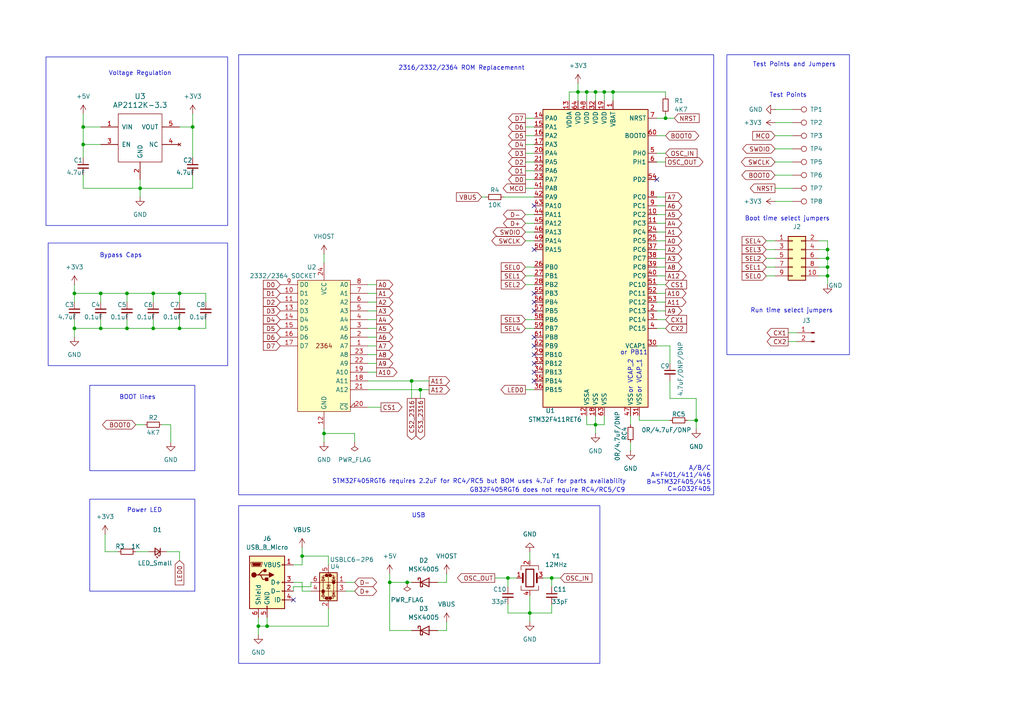
<source format=kicad_sch>
(kicad_sch (version 20250114) (generator "eeschema") (generator_version "9.0")
  (paper "A4")
  (title_block (title "One ROM (USB)") (date "2025-10-01") (rev "H2") (company "piers.rocks") (comment 1 "(c) Piers Finlayson 2025"))
  (rectangle (start 13.335 16.51) (end 66.04 65.405))
  (rectangle (start 69.215 15.875) (end 207.01 143.51))
  (rectangle (start 56.515 171.45) (end 56.515 171.45))
  (rectangle (start 69.215 146.685) (end 173.99 192.405))
  (rectangle (start 210.82 15.875) (end 246.38 102.87))
  (rectangle (start 26.035 144.78) (end 56.515 171.45))
  (rectangle (start 26.035 111.76) (end 56.515 136.525))
  (rectangle (start 13.97 70.485) (end 66.04 106.045))
  (text "or VCAP_1" (at 185.42 109.22 90) (effects (font (size 1.27 1.27))))
  (text "or VCAP_2" (at 182.88 109.22 90) (effects (font (size 1.27 1.27))))
  (text "Run time select jumpers" (at 229.616 90.17 0) (effects (font (size 1.27 1.27))))
  (text "USB" (at 121.412 149.606 0) (effects (font (size 1.27 1.27))))
  (text "BOOT lines" (at 39.878 115.316 0) (effects (font (size 1.27 1.27))))
  (text "Voltage Regulation" (at 40.64 21.336 0) (effects (font (size 1.27 1.27))))
  (text "2316/2332/2364 ROM Replacemennt" (at 133.858 19.812 0) (effects (font (size 1.27 1.27))))
  (text "Power LED" (at 41.91 148.082 0) (effects (font (size 1.27 1.27))))
  (text "or PB11" (at 183.896 102.362 0) (effects (font (size 1.27 1.27))))
  (text "GB32F405RGT6 does not require RC4/RC5/C9" (at 181.356 142.24 0) (effects (font (size 1.27 1.27)) (justify right)))
  (text "Test Points" (at 228.6 27.686 0) (effects (font (size 1.27 1.27))))
  (text "Bypass Caps" (at 35.052 74.168 0) (effects (font (size 1.27 1.27))))
  (text "Boot time select jumpers" (at 228.346 63.5 0) (effects (font (size 1.27 1.27))))
  (text "A/B/C\nA=F401/411/446\nB=STM32F405/415\nC=GD32F405" (at 206.248 138.938 0) (effects (font (size 1.27 1.27)) (justify right)))
  (text "Test Points and Jumpers" (at 230.378 18.796 0) (effects (font (size 1.27 1.27))))
  (text "STM32F405RGT6 requires 2.2uF for RC4/RC5 but BOM uses 4.7uF for parts availability" (at 181.61 139.7 0) (effects (font (size 1.27 1.27)) (justify right)))
  (junction (at 113.03 168.91))
  (junction (at 193.04 34.29))
  (junction (at 36.83 85.09))
  (junction (at 201.93 121.92))
  (junction (at 153.67 177.8))
  (junction (at 52.07 95.25))
  (junction (at 93.98 125.73))
  (junction (at 74.93 181.61))
  (junction (at 87.63 161.29))
  (junction (at 29.21 95.25))
  (junction (at 119.38 110.49))
  (junction (at 160.02 167.64))
  (junction (at 240.03 72.39))
  (junction (at 167.64 26.67))
  (junction (at 21.59 85.09))
  (junction (at 175.26 26.67))
  (junction (at 24.13 36.83))
  (junction (at 240.03 77.47))
  (junction (at 240.03 74.93))
  (junction (at 29.21 85.09))
  (junction (at 40.64 54.61))
  (junction (at 172.72 26.67))
  (junction (at 44.45 85.09))
  (junction (at 36.83 95.25))
  (junction (at 170.18 26.67))
  (junction (at 44.45 95.25))
  (junction (at 121.92 113.03))
  (junction (at 24.13 41.91))
  (junction (at 77.47 181.61))
  (junction (at 118.11 168.91))
  (junction (at 52.07 85.09))
  (junction (at 21.59 95.25))
  (junction (at 147.32 167.64))
  (junction (at 240.03 80.01))
  (junction (at 55.88 36.83))
  (junction (at 172.72 123.19))
  (junction (at 177.8 26.67))
  (no_connect (at 154.94 97.79))
  (no_connect (at 154.94 105.41))
  (no_connect (at 154.94 90.17))
  (no_connect (at 154.94 100.33))
  (no_connect (at 154.94 107.95))
  (no_connect (at 154.94 110.49))
  (no_connect (at 154.94 85.09))
  (no_connect (at 190.5 52.07))
  (no_connect (at 154.94 87.63))
  (no_connect (at 154.94 72.39))
  (no_connect (at 154.94 102.87))
  (no_connect (at 85.09 173.99))
  (no_connect (at 154.94 59.69))
  (wire (pts (xy 55.88 36.83) (xy 55.88 45.72)))
  (wire (pts (xy 224.79 58.42) (xy 229.87 58.42)))
  (wire (pts (xy 237.49 80.01) (xy 240.03 80.01)))
  (wire (pts (xy 170.18 123.19) (xy 172.72 123.19)))
  (wire (pts (xy 52.07 160.02) (xy 52.07 162.56)))
  (wire (pts (xy 177.8 26.67) (xy 177.8 29.21)))
  (wire (pts (xy 87.63 163.83) (xy 87.63 161.29)))
  (wire (pts (xy 39.37 123.19) (xy 41.91 123.19)))
  (wire (pts (xy 85.09 171.45) (xy 85.09 170.18)))
  (wire (pts (xy 194.31 100.33) (xy 194.31 105.41)))
  (wire (pts (xy 59.69 87.63) (xy 59.69 85.09)))
  (wire (pts (xy 165.1 26.67) (xy 167.64 26.67)))
  (wire (pts (xy 106.68 95.25) (xy 109.22 95.25)))
  (wire (pts (xy 59.69 95.25) (xy 59.69 92.71)))
  (wire (pts (xy 190.5 95.25) (xy 193.04 95.25)))
  (wire (pts (xy 222.25 69.85) (xy 224.79 69.85)))
  (wire (pts (xy 24.13 54.61) (xy 40.64 54.61)))
  (wire (pts (xy 152.4 41.91) (xy 154.94 41.91)))
  (wire (pts (xy 36.83 85.09) (xy 36.83 87.63)))
  (wire (pts (xy 129.54 182.88) (xy 127 182.88)))
  (wire (pts (xy 222.25 72.39) (xy 224.79 72.39)))
  (wire (pts (xy 106.68 90.17) (xy 109.22 90.17)))
  (wire (pts (xy 29.21 95.25) (xy 21.59 95.25)))
  (wire (pts (xy 40.64 54.61) (xy 40.64 57.15)))
  (wire (pts (xy 190.5 44.45) (xy 193.04 44.45)))
  (wire (pts (xy 170.18 26.67) (xy 172.72 26.67)))
  (wire (pts (xy 172.72 26.67) (xy 172.72 29.21)))
  (wire (pts (xy 240.03 72.39) (xy 240.03 69.85)))
  (wire (pts (xy 224.79 54.61) (xy 229.87 54.61)))
  (wire (pts (xy 224.79 31.75) (xy 229.87 31.75)))
  (wire (pts (xy 29.21 95.25) (xy 29.21 92.71)))
  (wire (pts (xy 118.11 168.91) (xy 119.38 168.91)))
  (wire (pts (xy 190.5 34.29) (xy 193.04 34.29)))
  (wire (pts (xy 121.92 113.03) (xy 121.92 115.57)))
  (wire (pts (xy 160.02 177.8) (xy 153.67 177.8)))
  (wire (pts (xy 153.67 177.8) (xy 153.67 180.34)))
  (wire (pts (xy 106.68 82.55) (xy 109.22 82.55)))
  (wire (pts (xy 167.64 24.13) (xy 167.64 26.67)))
  (wire (pts (xy 170.18 26.67) (xy 170.18 29.21)))
  (wire (pts (xy 44.45 85.09) (xy 44.45 87.63)))
  (wire (pts (xy 172.72 120.65) (xy 172.72 123.19)))
  (wire (pts (xy 152.4 92.71) (xy 154.94 92.71)))
  (wire (pts (xy 177.8 26.67) (xy 193.04 26.67)))
  (wire (pts (xy 129.54 180.34) (xy 129.54 182.88)))
  (wire (pts (xy 52.07 92.71) (xy 52.07 95.25)))
  (wire (pts (xy 129.54 168.91) (xy 127 168.91)))
  (wire (pts (xy 201.93 115.57) (xy 194.31 115.57)))
  (wire (pts (xy 190.5 67.31) (xy 193.04 67.31)))
  (wire (pts (xy 201.93 115.57) (xy 201.93 121.92)))
  (wire (pts (xy 21.59 85.09) (xy 29.21 85.09)))
  (wire (pts (xy 154.94 82.55) (xy 152.4 82.55)))
  (wire (pts (xy 21.59 82.55) (xy 21.59 85.09)))
  (wire (pts (xy 55.88 54.61) (xy 55.88 50.8)))
  (wire (pts (xy 74.93 181.61) (xy 77.47 181.61)))
  (wire (pts (xy 224.79 35.56) (xy 229.87 35.56)))
  (wire (pts (xy 30.48 154.94) (xy 30.48 160.02)))
  (wire (pts (xy 152.4 34.29) (xy 154.94 34.29)))
  (wire (pts (xy 201.93 121.92) (xy 201.93 124.46)))
  (wire (pts (xy 24.13 41.91) (xy 24.13 45.72)))
  (wire (pts (xy 222.25 80.01) (xy 224.79 80.01)))
  (wire (pts (xy 190.5 62.23) (xy 193.04 62.23)))
  (wire (pts (xy 146.05 57.15) (xy 154.94 57.15)))
  (wire (pts (xy 36.83 95.25) (xy 36.83 92.71)))
  (wire (pts (xy 106.68 87.63) (xy 109.22 87.63)))
  (wire (pts (xy 55.88 36.83) (xy 52.07 36.83)))
  (wire (pts (xy 165.1 29.21) (xy 165.1 26.67)))
  (wire (pts (xy 24.13 36.83) (xy 29.21 36.83)))
  (wire (pts (xy 193.04 27.94) (xy 193.04 26.67)))
  (wire (pts (xy 240.03 77.47) (xy 240.03 74.93)))
  (wire (pts (xy 175.26 123.19) (xy 172.72 123.19)))
  (wire (pts (xy 153.67 172.72) (xy 153.67 177.8)))
  (wire (pts (xy 160.02 175.26) (xy 160.02 177.8)))
  (wire (pts (xy 237.49 72.39) (xy 240.03 72.39)))
  (wire (pts (xy 190.5 59.69) (xy 193.04 59.69)))
  (wire (pts (xy 190.5 46.99) (xy 193.04 46.99)))
  (wire (pts (xy 113.03 168.91) (xy 118.11 168.91)))
  (wire (pts (xy 182.88 128.27) (xy 182.88 130.81)))
  (wire (pts (xy 95.25 163.83) (xy 95.25 161.29)))
  (wire (pts (xy 77.47 181.61) (xy 77.47 179.07)))
  (wire (pts (xy 21.59 85.09) (xy 21.59 87.63)))
  (wire (pts (xy 87.63 161.29) (xy 95.25 161.29)))
  (wire (pts (xy 100.33 171.45) (xy 102.87 171.45)))
  (wire (pts (xy 24.13 36.83) (xy 24.13 41.91)))
  (wire (pts (xy 87.63 161.29) (xy 87.63 158.75)))
  (wire (pts (xy 44.45 95.25) (xy 44.45 92.71)))
  (wire (pts (xy 222.25 77.47) (xy 224.79 77.47)))
  (wire (pts (xy 185.42 121.92) (xy 194.31 121.92)))
  (wire (pts (xy 228.6 99.06) (xy 231.14 99.06)))
  (wire (pts (xy 152.4 113.03) (xy 154.94 113.03)))
  (wire (pts (xy 170.18 120.65) (xy 170.18 123.19)))
  (wire (pts (xy 193.04 85.09) (xy 190.5 85.09)))
  (wire (pts (xy 44.45 85.09) (xy 52.07 85.09)))
  (wire (pts (xy 172.72 123.19) (xy 172.72 125.73)))
  (wire (pts (xy 147.32 175.26) (xy 147.32 177.8)))
  (wire (pts (xy 190.5 74.93) (xy 193.04 74.93)))
  (wire (pts (xy 59.69 85.09) (xy 52.07 85.09)))
  (wire (pts (xy 52.07 160.02) (xy 48.26 160.02)))
  (wire (pts (xy 222.25 74.93) (xy 224.79 74.93)))
  (wire (pts (xy 190.5 57.15) (xy 193.04 57.15)))
  (wire (pts (xy 237.49 77.47) (xy 240.03 77.47)))
  (wire (pts (xy 85.09 163.83) (xy 87.63 163.83)))
  (wire (pts (xy 24.13 50.8) (xy 24.13 54.61)))
  (wire (pts (xy 55.88 33.02) (xy 55.88 36.83)))
  (wire (pts (xy 190.5 80.01) (xy 193.04 80.01)))
  (wire (pts (xy 87.63 168.91) (xy 87.63 171.45)))
  (wire (pts (xy 44.45 95.25) (xy 36.83 95.25)))
  (wire (pts (xy 143.51 167.64) (xy 147.32 167.64)))
  (wire (pts (xy 240.03 69.85) (xy 237.49 69.85)))
  (wire (pts (xy 106.68 107.95) (xy 109.22 107.95)))
  (wire (pts (xy 194.31 115.57) (xy 194.31 110.49)))
  (wire (pts (xy 190.5 69.85) (xy 193.04 69.85)))
  (wire (pts (xy 154.94 77.47) (xy 152.4 77.47)))
  (wire (pts (xy 113.03 168.91) (xy 113.03 182.88)))
  (wire (pts (xy 106.68 118.11) (xy 110.49 118.11)))
  (wire (pts (xy 29.21 85.09) (xy 36.83 85.09)))
  (wire (pts (xy 40.64 54.61) (xy 55.88 54.61)))
  (wire (pts (xy 36.83 95.25) (xy 29.21 95.25)))
  (wire (pts (xy 160.02 167.64) (xy 162.56 167.64)))
  (wire (pts (xy 113.03 182.88) (xy 119.38 182.88)))
  (wire (pts (xy 199.39 121.92) (xy 201.93 121.92)))
  (wire (pts (xy 147.32 167.64) (xy 147.32 170.18)))
  (wire (pts (xy 157.48 167.64) (xy 160.02 167.64)))
  (wire (pts (xy 49.53 123.19) (xy 46.99 123.19)))
  (wire (pts (xy 106.68 92.71) (xy 109.22 92.71)))
  (wire (pts (xy 119.38 110.49) (xy 124.46 110.49)))
  (wire (pts (xy 240.03 80.01) (xy 240.03 82.55)))
  (wire (pts (xy 90.17 168.91) (xy 90.17 170.18)))
  (wire (pts (xy 190.5 100.33) (xy 194.31 100.33)))
  (wire (pts (xy 224.79 50.8) (xy 229.87 50.8)))
  (wire (pts (xy 147.32 167.64) (xy 149.86 167.64)))
  (wire (pts (xy 193.04 87.63) (xy 190.5 87.63)))
  (wire (pts (xy 21.59 95.25) (xy 21.59 92.71)))
  (wire (pts (xy 52.07 85.09) (xy 52.07 87.63)))
  (wire (pts (xy 106.68 100.33) (xy 109.22 100.33)))
  (wire (pts (xy 240.03 80.01) (xy 240.03 77.47)))
  (wire (pts (xy 85.09 168.91) (xy 87.63 168.91)))
  (wire (pts (xy 87.63 171.45) (xy 90.17 171.45)))
  (wire (pts (xy 152.4 49.53) (xy 154.94 49.53)))
  (wire (pts (xy 93.98 124.46) (xy 93.98 125.73)))
  (wire (pts (xy 160.02 167.64) (xy 160.02 170.18)))
  (wire (pts (xy 102.87 128.27) (xy 102.87 125.73)))
  (wire (pts (xy 147.32 177.8) (xy 153.67 177.8)))
  (wire (pts (xy 106.68 102.87) (xy 109.22 102.87)))
  (wire (pts (xy 153.67 160.02) (xy 153.67 162.56)))
  (wire (pts (xy 190.5 39.37) (xy 193.04 39.37)))
  (wire (pts (xy 237.49 74.93) (xy 240.03 74.93)))
  (wire (pts (xy 74.93 181.61) (xy 74.93 184.15)))
  (wire (pts (xy 175.26 26.67) (xy 175.26 29.21)))
  (wire (pts (xy 154.94 69.85) (xy 152.4 69.85)))
  (wire (pts (xy 52.07 95.25) (xy 59.69 95.25)))
  (wire (pts (xy 240.03 74.93) (xy 240.03 72.39)))
  (wire (pts (xy 190.5 72.39) (xy 193.04 72.39)))
  (wire (pts (xy 74.93 179.07) (xy 74.93 181.61)))
  (wire (pts (xy 95.25 181.61) (xy 95.25 176.53)))
  (wire (pts (xy 190.5 92.71) (xy 193.04 92.71)))
  (wire (pts (xy 106.68 85.09) (xy 109.22 85.09)))
  (wire (pts (xy 102.87 125.73) (xy 93.98 125.73)))
  (wire (pts (xy 93.98 73.66) (xy 93.98 76.2)))
  (wire (pts (xy 167.64 26.67) (xy 167.64 29.21)))
  (wire (pts (xy 193.04 33.02) (xy 193.04 34.29)))
  (wire (pts (xy 190.5 82.55) (xy 193.04 82.55)))
  (wire (pts (xy 30.48 160.02) (xy 34.29 160.02)))
  (wire (pts (xy 106.68 113.03) (xy 121.92 113.03)))
  (wire (pts (xy 193.04 34.29) (xy 195.58 34.29)))
  (wire (pts (xy 40.64 52.07) (xy 40.64 54.61)))
  (wire (pts (xy 224.79 46.99) (xy 229.87 46.99)))
  (wire (pts (xy 154.94 80.01) (xy 152.4 80.01)))
  (wire (pts (xy 139.7 57.15) (xy 140.97 57.15)))
  (wire (pts (xy 154.94 54.61) (xy 152.4 54.61)))
  (wire (pts (xy 106.68 110.49) (xy 119.38 110.49)))
  (wire (pts (xy 24.13 41.91) (xy 29.21 41.91)))
  (wire (pts (xy 175.26 26.67) (xy 177.8 26.67)))
  (wire (pts (xy 172.72 26.67) (xy 175.26 26.67)))
  (wire (pts (xy 185.42 120.65) (xy 185.42 121.92)))
  (wire (pts (xy 152.4 52.07) (xy 154.94 52.07)))
  (wire (pts (xy 49.53 123.19) (xy 49.53 128.27)))
  (wire (pts (xy 93.98 125.73) (xy 93.98 128.27)))
  (wire (pts (xy 193.04 90.17) (xy 190.5 90.17)))
  (wire (pts (xy 106.68 105.41) (xy 109.22 105.41)))
  (wire (pts (xy 100.33 168.91) (xy 102.87 168.91)))
  (wire (pts (xy 154.94 67.31) (xy 152.4 67.31)))
  (wire (pts (xy 152.4 46.99) (xy 154.94 46.99)))
  (wire (pts (xy 77.47 181.61) (xy 95.25 181.61)))
  (wire (pts (xy 228.6 96.52) (xy 231.14 96.52)))
  (wire (pts (xy 119.38 110.49) (xy 119.38 115.57)))
  (wire (pts (xy 167.64 26.67) (xy 170.18 26.67)))
  (wire (pts (xy 121.92 113.03) (xy 124.46 113.03)))
  (wire (pts (xy 190.5 77.47) (xy 193.04 77.47)))
  (wire (pts (xy 21.59 95.25) (xy 21.59 97.79)))
  (wire (pts (xy 182.88 120.65) (xy 182.88 123.19)))
  (wire (pts (xy 190.5 64.77) (xy 193.04 64.77)))
  (wire (pts (xy 152.4 62.23) (xy 154.94 62.23)))
  (wire (pts (xy 29.21 85.09) (xy 29.21 87.63)))
  (wire (pts (xy 152.4 95.25) (xy 154.94 95.25)))
  (wire (pts (xy 106.68 97.79) (xy 109.22 97.79)))
  (wire (pts (xy 152.4 64.77) (xy 154.94 64.77)))
  (wire (pts (xy 152.4 44.45) (xy 154.94 44.45)))
  (wire (pts (xy 129.54 166.37) (xy 129.54 168.91)))
  (wire (pts (xy 175.26 120.65) (xy 175.26 123.19)))
  (wire (pts (xy 85.09 170.18) (xy 90.17 170.18)))
  (wire (pts (xy 224.79 39.37) (xy 229.87 39.37)))
  (wire (pts (xy 152.4 39.37) (xy 154.94 39.37)))
  (wire (pts (xy 224.79 43.18) (xy 229.87 43.18)))
  (wire (pts (xy 39.37 160.02) (xy 43.18 160.02)))
  (wire (pts (xy 113.03 166.37) (xy 113.03 168.91)))
  (wire (pts (xy 24.13 33.02) (xy 24.13 36.83)))
  (wire (pts (xy 36.83 85.09) (xy 44.45 85.09)))
  (wire (pts (xy 152.4 36.83) (xy 154.94 36.83)))
  (wire (pts (xy 52.07 95.25) (xy 44.45 95.25)))
  (global_label "A9" (shape output) (at 109.22 105.41 0) (property "Intersheetrefs" "${INTERSHEET_REFS}" (effects (hide yes))))
  (global_label "SWCLK" (shape bidirectional) (at 152.4 69.85 180) (property "Intersheetrefs" "${INTERSHEET_REFS}" (effects (hide yes))))
  (global_label "CX1" (shape input) (at 193.04 92.71 0) (property "Intersheetrefs" "${INTERSHEET_REFS}" (effects (hide yes))))
  (global_label "A7" (shape output) (at 193.04 57.15 0) (property "Intersheetrefs" "${INTERSHEET_REFS}" (effects (hide yes))))
  (global_label "A11" (shape output) (at 193.04 87.63 0) (property "Intersheetrefs" "${INTERSHEET_REFS}" (effects (hide yes))))
  (global_label "BOOT0" (shape bidirectional) (at 224.79 50.8 180) (property "Intersheetrefs" "${INTERSHEET_REFS}" (effects (hide yes))))
  (global_label "SEL2" (shape input) (at 152.4 82.55 180) (property "Intersheetrefs" "${INTERSHEET_REFS}" (effects (hide yes))))
  (global_label "A2" (shape output) (at 109.22 87.63 0) (property "Intersheetrefs" "${INTERSHEET_REFS}" (effects (hide yes))))
  (global_label "D6" (shape input) (at 81.28 97.79 180) (property "Intersheetrefs" "${INTERSHEET_REFS}" (effects (hide yes))))
  (global_label "D0" (shape input) (at 81.28 82.55 180) (property "Intersheetrefs" "${INTERSHEET_REFS}" (effects (hide yes))))
  (global_label "A0" (shape output) (at 109.22 82.55 0) (property "Intersheetrefs" "${INTERSHEET_REFS}" (effects (hide yes))))
  (global_label "D2" (shape input) (at 81.28 87.63 180) (property "Intersheetrefs" "${INTERSHEET_REFS}" (effects (hide yes))))
  (global_label "A1" (shape output) (at 109.22 85.09 0) (property "Intersheetrefs" "${INTERSHEET_REFS}" (effects (hide yes))))
  (global_label "D1" (shape input) (at 81.28 85.09 180) (property "Intersheetrefs" "${INTERSHEET_REFS}" (effects (hide yes))))
  (global_label "CS1" (shape input) (at 193.04 82.55 0) (property "Intersheetrefs" "${INTERSHEET_REFS}" (effects (hide yes))))
  (global_label "D7" (shape output) (at 152.4 34.29 180) (property "Intersheetrefs" "${INTERSHEET_REFS}" (effects (hide yes))))
  (global_label "SEL2" (shape input) (at 222.25 74.93 180) (property "Intersheetrefs" "${INTERSHEET_REFS}" (effects (hide yes))))
  (global_label "CS2_2316" (shape output) (at 119.38 115.57 270) (property "Intersheetrefs" "${INTERSHEET_REFS}" (effects (hide yes))))
  (global_label "A3" (shape output) (at 109.22 90.17 0) (property "Intersheetrefs" "${INTERSHEET_REFS}" (effects (hide yes))))
  (global_label "A6" (shape output) (at 109.22 97.79 0) (property "Intersheetrefs" "${INTERSHEET_REFS}" (effects (hide yes))))
  (global_label "BOOT0" (shape bidirectional) (at 39.37 123.19 180) (property "Intersheetrefs" "${INTERSHEET_REFS}" (effects (hide yes))))
  (global_label "SEL1" (shape input) (at 222.25 77.47 180) (property "Intersheetrefs" "${INTERSHEET_REFS}" (effects (hide yes))))
  (global_label "A6" (shape output) (at 193.04 59.69 0) (property "Intersheetrefs" "${INTERSHEET_REFS}" (effects (hide yes))))
  (global_label "LED0" (shape output) (at 152.4 113.03 180) (property "Intersheetrefs" "${INTERSHEET_REFS}" (effects (hide yes))))
  (global_label "D3" (shape output) (at 152.4 44.45 180) (property "Intersheetrefs" "${INTERSHEET_REFS}" (effects (hide yes))))
  (global_label "NRST" (shape output) (at 224.79 54.61 180) (property "Intersheetrefs" "${INTERSHEET_REFS}" (effects (hide yes))))
  (global_label "D-" (shape bidirectional) (at 102.87 168.91 0) (property "Intersheetrefs" "${INTERSHEET_REFS}" (effects (hide yes))))
  (global_label "D0" (shape output) (at 152.4 52.07 180) (property "Intersheetrefs" "${INTERSHEET_REFS}" (effects (hide yes))))
  (global_label "D5" (shape output) (at 152.4 39.37 180) (property "Intersheetrefs" "${INTERSHEET_REFS}" (effects (hide yes))))
  (global_label "NRST" (shape input) (at 195.58 34.29 0) (property "Intersheetrefs" "${INTERSHEET_REFS}" (effects (hide yes))))
  (global_label "SWDIO" (shape bidirectional) (at 152.4 67.31 180) (property "Intersheetrefs" "${INTERSHEET_REFS}" (effects (hide yes))))
  (global_label "D-" (shape bidirectional) (at 152.4 62.23 180) (property "Intersheetrefs" "${INTERSHEET_REFS}" (effects (hide yes))))
  (global_label "A12" (shape output) (at 193.04 80.01 0) (property "Intersheetrefs" "${INTERSHEET_REFS}" (effects (hide yes))))
  (global_label "A4" (shape output) (at 109.22 92.71 0) (property "Intersheetrefs" "${INTERSHEET_REFS}" (effects (hide yes))))
  (global_label "A9" (shape output) (at 193.04 90.17 0) (property "Intersheetrefs" "${INTERSHEET_REFS}" (effects (hide yes))))
  (global_label "A10" (shape output) (at 193.04 85.09 0) (property "Intersheetrefs" "${INTERSHEET_REFS}" (effects (hide yes))))
  (global_label "VBUS" (shape input) (at 139.7 57.15 180) (property "Intersheetrefs" "${INTERSHEET_REFS}" (effects (hide yes))))
  (global_label "SWCLK" (shape bidirectional) (at 224.79 46.99 180) (property "Intersheetrefs" "${INTERSHEET_REFS}" (effects (hide yes))))
  (global_label "D+" (shape bidirectional) (at 152.4 64.77 180) (property "Intersheetrefs" "${INTERSHEET_REFS}" (effects (hide yes))))
  (global_label "CX2" (shape output) (at 228.6 99.06 180) (property "Intersheetrefs" "${INTERSHEET_REFS}" (effects (hide yes))))
  (global_label "SEL1" (shape input) (at 152.4 80.01 180) (property "Intersheetrefs" "${INTERSHEET_REFS}" (effects (hide yes))))
  (global_label "SWDIO" (shape bidirectional) (at 224.79 43.18 180) (property "Intersheetrefs" "${INTERSHEET_REFS}" (effects (hide yes))))
  (global_label "D7" (shape input) (at 81.28 100.33 180) (property "Intersheetrefs" "${INTERSHEET_REFS}" (effects (hide yes))))
  (global_label "D4" (shape input) (at 81.28 92.71 180) (property "Intersheetrefs" "${INTERSHEET_REFS}" (effects (hide yes))))
  (global_label "CS3_2316" (shape output) (at 121.92 115.57 270) (property "Intersheetrefs" "${INTERSHEET_REFS}" (effects (hide yes))))
  (global_label "A1" (shape output) (at 193.04 67.31 0) (property "Intersheetrefs" "${INTERSHEET_REFS}" (effects (hide yes))))
  (global_label "A7" (shape output) (at 109.22 100.33 0) (property "Intersheetrefs" "${INTERSHEET_REFS}" (effects (hide yes))))
  (global_label "SEL0" (shape input) (at 222.25 80.01 180) (property "Intersheetrefs" "${INTERSHEET_REFS}" (effects (hide yes))))
  (global_label "D+" (shape bidirectional) (at 102.87 171.45 0) (property "Intersheetrefs" "${INTERSHEET_REFS}" (effects (hide yes))))
  (global_label "D2" (shape output) (at 152.4 46.99 180) (property "Intersheetrefs" "${INTERSHEET_REFS}" (effects (hide yes))))
  (global_label "LED0" (shape input) (at 52.07 162.56 270) (property "Intersheetrefs" "${INTERSHEET_REFS}" (effects (hide yes))))
  (global_label "A5" (shape output) (at 193.04 62.23 0) (property "Intersheetrefs" "${INTERSHEET_REFS}" (effects (hide yes))))
  (global_label "CX1" (shape output) (at 228.6 96.52 180) (property "Intersheetrefs" "${INTERSHEET_REFS}" (effects (hide yes))))
  (global_label "OSC_IN" (shape input) (at 193.04 44.45 0) (property "Intersheetrefs" "${INTERSHEET_REFS}" (effects (hide yes))))
  (global_label "SEL3" (shape input) (at 152.4 92.71 180) (property "Intersheetrefs" "${INTERSHEET_REFS}" (effects (hide yes))))
  (global_label "SEL0" (shape input) (at 152.4 77.47 180) (property "Intersheetrefs" "${INTERSHEET_REFS}" (effects (hide yes))))
  (global_label "A0" (shape output) (at 193.04 69.85 0) (property "Intersheetrefs" "${INTERSHEET_REFS}" (effects (hide yes))))
  (global_label "SEL3" (shape input) (at 222.25 72.39 180) (property "Intersheetrefs" "${INTERSHEET_REFS}" (effects (hide yes))))
  (global_label "CX2" (shape input) (at 193.04 95.25 0) (property "Intersheetrefs" "${INTERSHEET_REFS}" (effects (hide yes))))
  (global_label "A5" (shape output) (at 109.22 95.25 0) (property "Intersheetrefs" "${INTERSHEET_REFS}" (effects (hide yes))))
  (global_label "A2" (shape output) (at 193.04 72.39 0) (property "Intersheetrefs" "${INTERSHEET_REFS}" (effects (hide yes))))
  (global_label "D1" (shape output) (at 152.4 49.53 180) (property "Intersheetrefs" "${INTERSHEET_REFS}" (effects (hide yes))))
  (global_label "A8" (shape output) (at 109.22 102.87 0) (property "Intersheetrefs" "${INTERSHEET_REFS}" (effects (hide yes))))
  (global_label "D4" (shape output) (at 152.4 41.91 180) (property "Intersheetrefs" "${INTERSHEET_REFS}" (effects (hide yes))))
  (global_label "OSC_OUT" (shape output) (at 143.51 167.64 180) (property "Intersheetrefs" "${INTERSHEET_REFS}" (effects (hide yes))))
  (global_label "A12" (shape output) (at 124.46 113.03 0) (property "Intersheetrefs" "${INTERSHEET_REFS}" (effects (hide yes))))
  (global_label "A10" (shape output) (at 109.22 107.95 0) (property "Intersheetrefs" "${INTERSHEET_REFS}" (effects (hide yes))))
  (global_label "CS1" (shape output) (at 110.49 118.11 0) (property "Intersheetrefs" "${INTERSHEET_REFS}" (effects (hide yes))))
  (global_label "OSC_IN" (shape input) (at 162.56 167.64 0) (property "Intersheetrefs" "${INTERSHEET_REFS}" (effects (hide yes))))
  (global_label "MCO" (shape input) (at 224.79 39.37 180) (property "Intersheetrefs" "${INTERSHEET_REFS}" (effects (hide yes))))
  (global_label "A11" (shape output) (at 124.46 110.49 0) (property "Intersheetrefs" "${INTERSHEET_REFS}" (effects (hide yes))))
  (global_label "D6" (shape output) (at 152.4 36.83 180) (property "Intersheetrefs" "${INTERSHEET_REFS}" (effects (hide yes))))
  (global_label "SEL4" (shape input) (at 152.4 95.25 180) (property "Intersheetrefs" "${INTERSHEET_REFS}" (effects (hide yes))))
  (global_label "MCO" (shape output) (at 152.4 54.61 180) (property "Intersheetrefs" "${INTERSHEET_REFS}" (effects (hide yes))))
  (global_label "A4" (shape output) (at 193.04 64.77 0) (property "Intersheetrefs" "${INTERSHEET_REFS}" (effects (hide yes))))
  (global_label "D5" (shape input) (at 81.28 95.25 180) (property "Intersheetrefs" "${INTERSHEET_REFS}" (effects (hide yes))))
  (global_label "SEL4" (shape input) (at 222.25 69.85 180) (property "Intersheetrefs" "${INTERSHEET_REFS}" (effects (hide yes))))
  (global_label "OSC_OUT" (shape output) (at 193.04 46.99 0) (property "Intersheetrefs" "${INTERSHEET_REFS}" (effects (hide yes))))
  (global_label "A3" (shape output) (at 193.04 74.93 0) (property "Intersheetrefs" "${INTERSHEET_REFS}" (effects (hide yes))))
  (global_label "D3" (shape input) (at 81.28 90.17 180) (property "Intersheetrefs" "${INTERSHEET_REFS}" (effects (hide yes))))
  (global_label "BOOT0" (shape bidirectional) (at 193.04 39.37 0) (property "Intersheetrefs" "${INTERSHEET_REFS}" (effects (hide yes))))
  (global_label "A8" (shape output) (at 193.04 77.47 0) (property "Intersheetrefs" "${INTERSHEET_REFS}" (effects (hide yes))))
  (symbol (lib_id "Connector:TestPoint") (at 229.87 54.61 270) (unit 1)
    (property "Reference" "TP7" (at 234.95 54.6099 90) (effects (justify left)))
    (property "Value" "TestPoint" (effects (hide yes)))
    (property "Footprint" "piers retro footprints:1mm smd test point small ss" (effects (hide yes)))
    (property "Description" "test point" (effects (hide yes)))
  )
  (symbol (lib_id "power:GND") (at 240.03 82.55 0) (unit 1)
    (property "Reference" "#PWR012" (effects (hide yes)))
    (property "Value" "GND" (at 242.316 82.804 0))
    (property "Description" "Power symbol creates a global label with name \"GND\" , ground" (effects (hide yes)))
  )
  (symbol (lib_id "power:GND") (at 74.93 184.15 0) (unit 1)
    (property "Reference" "#PWR021" (effects (hide yes)))
    (property "Value" "GND" (at 74.93 189.23 0))
    (property "Description" "Power symbol creates a global label with name \"GND\" , ground" (effects (hide yes)))
  )
  (symbol (lib_id "power:+3V3") (at 224.79 35.56 90) (unit 1)
    (property "Reference" "#PWR027" (effects (hide yes)))
    (property "Value" "+3V3" (at 220.98 35.5599 90) (effects (justify left)))
    (property "Description" "Power symbol creates a global label with name \"+3V3\"" (effects (hide yes)))
  )
  (symbol (lib_id "Device:LED_Small") (at 45.72 160.02 180) (unit 1)
    (property "Reference" "D1" (at 45.6565 153.67 0))
    (property "Value" "LED_Small" (at 44.958 163.322 0))
    (property "Footprint" "LED_SMD:LED_0603_1608Metric" (effects (hide yes)))
    (property "Description" "Light emitting diode, small symbol" (effects (hide yes)))
    (property "LCSC" "C2286" (effects (hide yes)))
  )
  (symbol (lib_id "power:+3V3") (at 21.59 82.55 0) (unit 1)
    (property "Reference" "#PWR010" (effects (hide yes)))
    (property "Value" "+3V3" (at 21.59 77.47 0))
    (property "Description" "Power symbol creates a global label with name \"+3V3\"" (effects (hide yes)))
  )
  (symbol (lib_id "Connector:Conn_01x02_Pin") (at 236.22 96.52 0) (mirror y) (unit 1)
    (property "Reference" "J3" (at 232.664 92.964 0) (effects (justify right)))
    (property "Value" "Conn_01x02_Pin" (effects (hide yes)))
    (property "Footprint" "Connector_PinHeader_2.54mm:PinHeader_1x02_P2.54mm_Vertical" (effects (hide yes)))
    (property "Description" "Generic connector, single row, 01x02, script generated" (effects (hide yes)))
  )
  (symbol (lib_id "Device:C_Small") (at 36.83 90.17 0) (mirror y) (unit 1)
    (property "Reference" "C5" (at 34.036 88.392 0) (effects (justify right)))
    (property "Value" "0.1uF" (at 32.004 91.948 0) (effects (justify right)))
    (property "Footprint" "Capacitor_SMD:C_0402_1005Metric" (effects (hide yes)))
    (property "Description" "Unpolarized capacitor, small symbol" (effects (hide yes)))
    (property "Comment" "Samsung Electro-Mechanics CL05B104KO5NNNC" (effects (hide yes)))
    (property "LCSC" "C1525" (effects (hide yes)))
    (property "Price(10)" "$0.001" (effects (hide yes)))
  )
  (symbol (lib_id "Connector:TestPoint") (at 229.87 39.37 270) (unit 1)
    (property "Reference" "TP3" (at 234.95 39.3699 90) (effects (justify left)))
    (property "Value" "TestPoint" (effects (hide yes)))
    (property "Footprint" "piers retro footprints:1mm smd test point small ss" (effects (hide yes)))
    (property "Description" "test point" (effects (hide yes)))
  )
  (symbol (lib_id "Connector:USB_B_Micro") (at 77.47 168.91 0) (unit 1)
    (property "Reference" "J6" (at 77.47 156.21 0))
    (property "Value" "USB_B_Micro" (at 77.47 158.75 0))
    (property "Footprint" "piers global:USB_Micro-B_micro_xnj_073_C404969" (effects (hide yes)))
    (property "Description" "USB Micro Type B connector" (effects (hide yes)))
    (property "LCSC" "C404969" (effects (hide yes)))
  )
  (symbol (lib_id "Device:Crystal_GND24") (at 153.67 167.64 0) (unit 1)
    (property "Reference" "Y1" (at 161.29 161.2198 0))
    (property "Value" "12MHz" (at 161.29 163.7598 0))
    (property "Footprint" "Crystal:Crystal_SMD_3225-4Pin_3.2x2.5mm" (effects (hide yes)))
    (property "Description" "Four pin crystal, GND on pins 2 and 4" (effects (hide yes)))
    (property "LCSC" "C9002" (effects (hide yes)))
  )
  (symbol (lib_id "power:+5V") (at 113.03 166.37 0) (unit 1)
    (property "Reference" "#PWR026" (effects (hide yes)))
    (property "Value" "+5V" (at 113.03 161.29 0))
    (property "Description" "Power symbol creates a global label with name \"+5V\"" (effects (hide yes)))
  )
  (symbol (lib_id "Device:C_Small") (at 29.21 90.17 0) (mirror y) (unit 1)
    (property "Reference" "C4" (at 26.416 88.392 0) (effects (justify right)))
    (property "Value" "0.1uF" (at 24.384 91.948 0) (effects (justify right)))
    (property "Footprint" "Capacitor_SMD:C_0402_1005Metric" (effects (hide yes)))
    (property "Description" "Unpolarized capacitor, small symbol" (effects (hide yes)))
    (property "Comment" "Samsung Electro-Mechanics CL05B104KO5NNNC" (effects (hide yes)))
    (property "LCSC" "C1525" (effects (hide yes)))
    (property "Price(10)" "$0.001" (effects (hide yes)))
  )
  (symbol (lib_id "power:GND") (at 153.67 160.02 180) (unit 1)
    (property "Reference" "#PWR024" (effects (hide yes)))
    (property "Value" "GND" (at 153.67 154.94 0))
    (property "Description" "Power symbol creates a global label with name \"GND\" , ground" (effects (hide yes)))
  )
  (symbol (lib_id "power:GND") (at 21.59 97.79 0) (unit 1)
    (property "Reference" "#PWR011" (effects (hide yes)))
    (property "Value" "GND" (at 21.59 102.87 0))
    (property "Description" "Power symbol creates a global label with name \"GND\" , ground" (effects (hide yes)))
  )
  (symbol (lib_id "power:+3V3") (at 224.79 58.42 90) (unit 1)
    (property "Reference" "#PWR01" (effects (hide yes)))
    (property "Value" "+3V3" (at 220.98 58.4199 90) (effects (justify left)))
    (property "Description" "Power symbol creates a global label with name \"+3V3\"" (effects (hide yes)))
  )
  (symbol (lib_id "Device:C_Small") (at 147.32 172.72 0) (mirror y) (unit 1)
    (property "Reference" "C10" (at 143.002 170.942 0) (effects (justify right)))
    (property "Value" "33pF" (at 142.494 174.498 0) (effects (justify right)))
    (property "Footprint" "Capacitor_SMD:C_0402_1005Metric" (effects (hide yes)))
    (property "Description" "Unpolarized capacitor, small symbol" (effects (hide yes)))
    (property "Comment" "Samsung Electro-Mechanics CL05B104KO5NNNC" (effects (hide yes)))
    (property "LCSC" "C1562" (effects (hide yes)))
    (property "Price(10)" "$0.001" (effects (hide yes)))
  )
  (symbol (lib_id "power:+5V") (at 129.54 166.37 0) (unit 1)
    (property "Reference" "#PWR023" (effects (hide yes)))
    (property "Value" "VHOST" (at 129.54 161.29 0))
    (property "Description" "Power symbol creates a global label with name \"+5V\"" (effects (hide yes)))
  )
  (symbol (lib_id "power:+5V") (at 24.13 33.02 0) (unit 1)
    (property "Reference" "#PWR04" (effects (hide yes)))
    (property "Value" "+5V" (at 24.13 27.94 0))
    (property "Description" "Power symbol creates a global label with name \"+5V\"" (effects (hide yes)))
  )
  (symbol (lib_id "Device:C_Small") (at 194.31 107.95 0) (mirror y) (unit 1)
    (property "Reference" "C9" (at 191.516 106.172 0) (effects (justify right)))
    (property "Value" "4.7uF/DNP/DNP" (at 197.358 99.06 90) (effects (justify right)))
    (property "Footprint" "Capacitor_SMD:C_0402_1005Metric" (effects (hide yes)))
    (property "Description" "Unpolarized capacitor, small symbol" (effects (hide yes)))
    (property "Comment" "Samsung Electro-Mechanics CL05A475MP5NRNC" (effects (hide yes)))
    (property "LCSC" "C23733" (effects (hide yes)))
  )
  (symbol (lib_id "Connector:TestPoint") (at 229.87 31.75 270) (unit 1)
    (property "Reference" "TP1" (at 234.95 31.7499 90) (effects (justify left)))
    (property "Value" "TestPoint" (effects (hide yes)))
    (property "Footprint" "piers retro footprints:1mm smd test point small ss" (effects (hide yes)))
    (property "Description" "test point" (effects (hide yes)))
  )
  (symbol (lib_id "Device:C_Small") (at 21.59 90.17 0) (mirror y) (unit 1)
    (property "Reference" "C3" (at 18.796 88.392 0) (effects (justify right)))
    (property "Value" "4.7uF" (at 16.764 91.948 0) (effects (justify right)))
    (property "Footprint" "Capacitor_SMD:C_0402_1005Metric" (effects (hide yes)))
    (property "Description" "Unpolarized capacitor, small symbol" (effects (hide yes)))
    (property "Comment" "Samsung Electro-Mechanics CL05A475MP5NRNC" (effects (hide yes)))
    (property "LCSC" "C23733" (effects (hide yes)))
    (property "Price(10)" "$0.0048" (effects (hide yes)))
  )
  (symbol (lib_id "Diode:1N5819WS") (at 123.19 168.91 0) (unit 1)
    (property "Reference" "D2" (at 122.8725 162.56 0))
    (property "Value" "MSK4005" (at 122.8725 165.1 0))
    (property "Footprint" "Diode_SMD:D_SOD-523" (effects (hide yes)))
    (property "LCSC" "C345957" (effects (hide yes)))
  )
  (symbol (lib_id "power:+5V") (at 129.54 180.34 0) (unit 1)
    (property "Reference" "#PWR022" (effects (hide yes)))
    (property "Value" "VBUS" (at 129.54 175.26 0))
    (property "Description" "Power symbol creates a global label with name \"+5V\"" (effects (hide yes)))
  )
  (symbol (lib_id "Device:C_Small") (at 59.69 90.17 0) (mirror y) (unit 1)
    (property "Reference" "C8" (at 56.896 88.392 0) (effects (justify right)))
    (property "Value" "0.1uF" (at 54.864 91.948 0) (effects (justify right)))
    (property "Footprint" "Capacitor_SMD:C_0402_1005Metric" (effects (hide yes)))
    (property "Description" "Unpolarized capacitor, small symbol" (effects (hide yes)))
    (property "Comment" "Samsung Electro-Mechanics CL05B104KO5NNNC" (effects (hide yes)))
    (property "LCSC" "C1525" (effects (hide yes)))
    (property "Price(10)" "$0.001" (effects (hide yes)))
  )
  (symbol (lib_id "power:GND") (at 182.88 130.81 0) (unit 1)
    (property "Reference" "#PWR017" (effects (hide yes)))
    (property "Value" "GND" (at 182.88 135.89 0))
    (property "Description" "Power symbol creates a global label with name \"GND\" , ground" (effects (hide yes)))
  )
  (symbol (lib_id "piers_retro:STM32F411R_C-E_Tx") (at 172.72 74.93 0) (mirror y) (unit 1)
    (property "Reference" "U1" (at 158.242 119.126 0) (effects (justify right)))
    (property "Value" "STM32F411RET6" (at 153.162 121.666 0) (effects (justify right)))
    (property "Footprint" "Package_QFP:LQFP-64_10x10mm_P0.5mm" (effects (hide yes)))
    (property "Datasheet" "https://www.st.com/resource/en/datasheet/stm32f411rc.pdf" (effects (hide yes)))
    (property "Description" "STMicroelectronics Arm Cortex-M4 MCU, 256-512KB flash, 128KB RAM, 100 MHz, 1.7-3.6V, 50 GPIO, LQFP64" (effects (hide yes)))
    (property "LCSC" "C94355" (effects (hide yes)))
    (property "LCSC Alt" "C99031 = GB32F405RGT6" (effects (hide yes)))
    (property "LCSC Alt2" "C116978 = STM32F401RET6" (effects (hide yes)))
    (property "LCSC Alt3" "C69336 = STM32F446RET6" (effects (hide yes)))
  )
  (symbol (lib_id "Device:C_Small") (at 44.45 90.17 0) (mirror y) (unit 1)
    (property "Reference" "C6" (at 41.656 88.392 0) (effects (justify right)))
    (property "Value" "0.1uF" (at 39.624 91.948 0) (effects (justify right)))
    (property "Footprint" "Capacitor_SMD:C_0402_1005Metric" (effects (hide yes)))
    (property "Description" "Unpolarized capacitor, small symbol" (effects (hide yes)))
    (property "Comment" "Samsung Electro-Mechanics CL05B104KO5NNNC" (effects (hide yes)))
    (property "LCSC" "C1525" (effects (hide yes)))
    (property "Price(10)" "$0.001" (effects (hide yes)))
  )
  (symbol (lib_id "piers_old:RT9013") (at 40.64 41.91 0) (unit 1)
    (property "Reference" "U3" (at 40.64 27.94 0) (effects (font (size 1.524 1.524))))
    (property "Value" "AP2112K-3.3" (at 40.64 30.48 0) (effects (font (size 1.524 1.524))))
    (property "Footprint" "Package_TO_SOT_SMD:SOT-23-5" (effects (hide yes)))
    (property "LCSC" "C51118" (effects (hide yes)))
  )
  (symbol (lib_id "Device:C_Small") (at 24.13 48.26 0) (mirror y) (unit 1)
    (property "Reference" "C1" (at 21.336 46.482 0) (effects (justify right)))
    (property "Value" "4.7uF" (at 19.304 50.038 0) (effects (justify right)))
    (property "Footprint" "Capacitor_SMD:C_0402_1005Metric" (effects (hide yes)))
    (property "Description" "Unpolarized capacitor, small symbol" (effects (hide yes)))
    (property "Comment" "Samsung Electro-Mechanics CL05A475MP5NRNC" (effects (hide yes)))
    (property "LCSC" "C23733" (effects (hide yes)))
    (property "Price(10)" "$0.0048" (effects (hide yes)))
  )
  (symbol (lib_id "power:PWR_FLAG") (at 102.87 128.27 0) (mirror x) (unit 1)
    (property "Reference" "#FLG02" (effects (hide yes)))
    (property "Value" "PWR_FLAG" (at 102.87 133.35 0))
    (property "Description" "Special symbol for telling ERC where power comes from" (effects (hide yes)))
  )
  (symbol (lib_id "Device:C_Small") (at 160.02 172.72 0) (unit 1)
    (property "Reference" "C11" (at 164.338 170.942 0) (effects (justify right)))
    (property "Value" "33pF" (at 164.846 174.498 0) (effects (justify right)))
    (property "Footprint" "Capacitor_SMD:C_0402_1005Metric" (effects (hide yes)))
    (property "Description" "Unpolarized capacitor, small symbol" (effects (hide yes)))
    (property "Comment" "Samsung Electro-Mechanics CL05B104KO5NNNC" (effects (hide yes)))
    (property "LCSC" "C1562" (effects (hide yes)))
    (property "Price(10)" "$0.001" (effects (hide yes)))
  )
  (symbol (lib_id "power:GND") (at 201.93 124.46 0) (unit 1)
    (property "Reference" "#PWR018" (effects (hide yes)))
    (property "Value" "GND" (at 201.93 129.54 0))
    (property "Description" "Power symbol creates a global label with name \"GND\" , ground" (effects (hide yes)))
  )
  (symbol (lib_id "power:+3V3") (at 167.64 24.13 0) (unit 1)
    (property "Reference" "#PWR08" (effects (hide yes)))
    (property "Value" "+3V3" (at 167.64 19.05 0))
    (property "Description" "Power symbol creates a global label with name \"+3V3\"" (effects (hide yes)))
  )
  (symbol (lib_id "power:PWR_FLAG") (at 118.11 168.91 180) (unit 1)
    (property "Reference" "#FLG03" (effects (hide yes)))
    (property "Value" "PWR_FLAG" (at 118.11 173.99 0))
    (property "Description" "Special symbol for telling ERC where power comes from" (effects (hide yes)))
  )
  (symbol (lib_id "power:GND") (at 153.67 180.34 0) (unit 1)
    (property "Reference" "#PWR025" (effects (hide yes)))
    (property "Value" "GND" (at 153.67 185.42 0))
    (property "Description" "Power symbol creates a global label with name \"GND\" , ground" (effects (hide yes)))
  )
  (symbol (lib_id "Device:R_Small") (at 193.04 30.48 0) (unit 1)
    (property "Reference" "R1" (at 195.58 29.2099 0) (effects (justify left)))
    (property "Value" "4K7" (at 195.58 31.7499 0) (effects (justify left)))
    (property "Footprint" "Resistor_SMD:R_0402_1005Metric" (effects (hide yes)))
    (property "Description" "Resistor, small symbol" (effects (hide yes)))
    (property "Comment" "UNI-ROYAL(Uniroyal Elec) 0402WGF4701TCE" (effects (hide yes)))
    (property "LCSC" "C25900" (effects (hide yes)))
    (property "Price(10)" "$0.0005" (effects (hide yes)))
  )
  (symbol (lib_id "Device:R_Small") (at 196.85 121.92 90) (unit 1)
    (property "Reference" "RC5" (at 196.85 120.142 90))
    (property "Value" "0R/4.7uF/DNP" (at 193.294 124.714 90))
    (property "Footprint" "Capacitor_SMD:C_0402_1005Metric" (effects (hide yes)))
    (property "Description" "Resistor, small symbol" (effects (hide yes)))
    (property "Comment" "UNI-ROYAL(Uniroyal Elec) 0402WGF0000TCE" (effects (hide yes)))
    (property "LCSC" "C17168" (effects (hide yes)))
    (property "Price(10)" "$0.0005" (effects (hide yes)))
    (property "LCSC alt" "C23733" (effects (hide yes)))
  )
  (symbol (lib_id "Connector:TestPoint") (at 229.87 35.56 270) (unit 1)
    (property "Reference" "TP2" (at 234.95 35.5599 90) (effects (justify left)))
    (property "Value" "TestPoint" (effects (hide yes)))
    (property "Footprint" "piers retro footprints:1mm smd test point small ss" (effects (hide yes)))
    (property "Description" "test point" (effects (hide yes)))
  )
  (symbol (lib_id "piers_retro:2364") (at 93.98 100.33 0) (mirror y) (unit 1)
    (property "Reference" "U2" (at 91.7859 77.47 0) (effects (justify left)))
    (property "Value" "2332/2364 SOCKET" (at 91.7859 80.01 0) (effects (justify left)))
    (property "Footprint" "piers_retro_footprints:2x12 dip pin output 600mil centres no ss" (effects (hide yes)))
  )
  (symbol (lib_id "Device:C_Small") (at 55.88 48.26 0) (mirror y) (unit 1)
    (property "Reference" "C2" (at 53.086 46.482 0) (effects (justify right)))
    (property "Value" "4.7uF" (at 51.054 50.038 0) (effects (justify right)))
    (property "Footprint" "Capacitor_SMD:C_0402_1005Metric" (effects (hide yes)))
    (property "Description" "Unpolarized capacitor, small symbol" (effects (hide yes)))
    (property "Comment" "Samsung Electro-Mechanics CL05A475MP5NRNC" (effects (hide yes)))
    (property "LCSC" "C23733" (effects (hide yes)))
    (property "Price(10)" "$0.0048" (effects (hide yes)))
  )
  (symbol (lib_id "power:+3V3") (at 30.48 154.94 0) (unit 1)
    (property "Reference" "#PWR015" (effects (hide yes)))
    (property "Value" "+3V3" (at 30.48 149.86 0))
    (property "Description" "Power symbol creates a global label with name \"+3V3\"" (effects (hide yes)))
  )
  (symbol (lib_id "Device:C_Small") (at 52.07 90.17 0) (mirror y) (unit 1)
    (property "Reference" "C7" (at 49.276 88.392 0) (effects (justify right)))
    (property "Value" "0.1uF" (at 47.244 91.948 0) (effects (justify right)))
    (property "Footprint" "Capacitor_SMD:C_0402_1005Metric" (effects (hide yes)))
    (property "Description" "Unpolarized capacitor, small symbol" (effects (hide yes)))
    (property "Comment" "Samsung Electro-Mechanics CL05B104KO5NNNC" (effects (hide yes)))
    (property "LCSC" "C1525" (effects (hide yes)))
    (property "Price(10)" "$0.001" (effects (hide yes)))
  )
  (symbol (lib_id "Device:R_Small") (at 44.45 123.19 90) (unit 1)
    (property "Reference" "R2" (at 44.45 121.158 90))
    (property "Value" "4K7" (at 44.45 125.476 90))
    (property "Footprint" "Resistor_SMD:R_0402_1005Metric" (effects (hide yes)))
    (property "Description" "Resistor, small symbol" (effects (hide yes)))
    (property "Comment" "UNI-ROYAL(Uniroyal Elec) 0402WGF4701TCE" (effects (hide yes)))
    (property "LCSC" "C25900" (effects (hide yes)))
    (property "Price(10)" "$0.0005" (effects (hide yes)))
  )
  (symbol (lib_id "Diode:1N5819WS") (at 123.19 182.88 0) (unit 1)
    (property "Reference" "D3" (at 122.8725 176.53 0))
    (property "Value" "MSK4005" (at 122.8725 179.07 0))
    (property "Footprint" "Diode_SMD:D_SOD-523" (effects (hide yes)))
    (property "LCSC" "C345957" (effects (hide yes)))
  )
  (symbol (lib_id "Device:R_Small") (at 182.88 125.73 180) (unit 1)
    (property "Reference" "RC4" (at 181.102 125.73 90))
    (property "Value" "0R/4.7uF/DNP" (at 179.07 126.492 90))
    (property "Footprint" "Capacitor_SMD:C_0402_1005Metric" (effects (hide yes)))
    (property "Description" "Resistor, small symbol" (effects (hide yes)))
    (property "Comment" "UNI-ROYAL(Uniroyal Elec) 0402WGF0000TCE" (effects (hide yes)))
    (property "LCSC" "C17168" (effects (hide yes)))
    (property "Price(10)" "$0.0005" (effects (hide yes)))
    (property "LCSC alt" "C23733" (effects (hide yes)))
  )
  (symbol (lib_id "Device:R_Small") (at 36.83 160.02 90) (unit 1)
    (property "Reference" "R3" (at 34.798 158.496 90))
    (property "Value" "1K" (at 39.37 158.496 90))
    (property "Footprint" "Resistor_SMD:R_0402_1005Metric" (effects (hide yes)))
    (property "Description" "Resistor, small symbol" (effects (hide yes)))
    (property "Comment" "UNI-ROYAL(Uniroyal Elec) 0402WGF1001TCE" (effects (hide yes)))
    (property "LCSC" "C11702" (effects (hide yes)))
    (property "Price(10)" "$0.0005" (effects (hide yes)))
  )
  (symbol (lib_id "Connector:TestPoint") (at 229.87 58.42 270) (unit 1)
    (property "Reference" "TP8" (at 234.95 58.4199 90) (effects (justify left)))
    (property "Value" "TestPoint" (effects (hide yes)))
    (property "Footprint" "piers retro footprints:1mm hole test point small no ss" (effects (hide yes)))
    (property "Description" "test point" (effects (hide yes)))
  )
  (symbol (lib_id "power:+5V") (at 87.63 158.75 0) (unit 1)
    (property "Reference" "#PWR020" (effects (hide yes)))
    (property "Value" "VBUS" (at 87.63 153.67 0))
    (property "Description" "Power symbol creates a global label with name \"+5V\"" (effects (hide yes)))
  )
  (symbol (lib_id "power:GND") (at 224.79 31.75 270) (unit 1)
    (property "Reference" "#PWR03" (effects (hide yes)))
    (property "Value" "GND" (at 219.202 31.75 90))
    (property "Description" "Power symbol creates a global label with name \"GND\" , ground" (effects (hide yes)))
  )
  (symbol (lib_id "Connector:TestPoint") (at 229.87 43.18 270) (unit 1)
    (property "Reference" "TP4" (at 234.95 43.1799 90) (effects (justify left)))
    (property "Value" "TestPoint" (effects (hide yes)))
    (property "Footprint" "piers retro footprints:1mm smd test point small ss" (effects (hide yes)))
    (property "Description" "test point" (effects (hide yes)))
  )
  (symbol (lib_id "Connector:TestPoint") (at 229.87 46.99 270) (unit 1)
    (property "Reference" "TP5" (at 234.95 46.9899 90) (effects (justify left)))
    (property "Value" "TestPoint" (effects (hide yes)))
    (property "Footprint" "piers retro footprints:1mm smd test point small ss" (effects (hide yes)))
    (property "Description" "test point" (effects (hide yes)))
  )
  (symbol (lib_id "power:GND") (at 172.72 125.73 0) (unit 1)
    (property "Reference" "#PWR014" (effects (hide yes)))
    (property "Value" "GND" (at 172.72 130.81 0))
    (property "Description" "Power symbol creates a global label with name \"GND\" , ground" (effects (hide yes)))
  )
  (symbol (lib_id "power:GND") (at 49.53 128.27 0) (unit 1)
    (property "Reference" "#PWR09" (effects (hide yes)))
    (property "Value" "GND" (at 49.53 133.35 0))
    (property "Description" "Power symbol creates a global label with name \"GND\" , ground" (effects (hide yes)))
  )
  (symbol (lib_id "power:GND") (at 93.98 128.27 0) (unit 1)
    (property "Reference" "#PWR07" (effects (hide yes)))
    (property "Value" "GND" (at 93.98 133.35 0))
    (property "Description" "Power symbol creates a global label with name \"GND\" , ground" (effects (hide yes)))
  )
  (symbol (lib_id "power:+5V") (at 93.98 73.66 0) (unit 1)
    (property "Reference" "#PWR06" (effects (hide yes)))
    (property "Value" "VHOST" (at 93.98 68.58 0))
    (property "Description" "Power symbol creates a global label with name \"+5V\"" (effects (hide yes)))
  )
  (symbol (lib_id "Connector:TestPoint") (at 229.87 50.8 270) (unit 1)
    (property "Reference" "TP6" (at 234.95 50.7999 90) (effects (justify left)))
    (property "Value" "TestPoint" (effects (hide yes)))
    (property "Footprint" "piers retro footprints:1mm hole test point small no ss" (effects (hide yes)))
    (property "Description" "test point" (effects (hide yes)))
  )
  (symbol (lib_id "power:GND") (at 40.64 57.15 0) (unit 1)
    (property "Reference" "#PWR05" (effects (hide yes)))
    (property "Value" "GND" (at 40.64 62.23 0))
    (property "Description" "Power symbol creates a global label with name \"GND\" , ground" (effects (hide yes)))
  )
  (symbol (lib_id "Connector_Generic:Conn_02x05_Odd_Even") (at 229.87 74.93 0) (unit 1)
    (property "Reference" "J2" (at 231.14 65.786 0))
    (property "Value" "Conn_02x05_Odd_Even" (effects (hide yes)))
    (property "Footprint" "piers_retro_footprints:PinHeader_2x05_P2.54mm_Vertical custom silkscreen" (effects (hide yes)))
    (property "Description" "Generic connector, double row, 02x05, odd/even pin numbering scheme (row 1 odd numbers, row 2 even numbers), script generated (kicad-library-utils/schlib/autogen/connector/)" (effects (hide yes)))
  )
  (symbol (lib_id "Device:R_Small") (at 143.51 57.15 90) (unit 1)
    (property "Reference" "R4" (at 143.51 55.118 90))
    (property "Value" "10K" (at 143.51 59.436 90))
    (property "Footprint" "Resistor_SMD:R_0402_1005Metric" (effects (hide yes)))
    (property "Description" "Resistor, small symbol" (effects (hide yes)))
    (property "Comment" "UNI-ROYAL(Uniroyal Elec) 0402WGF1002TCE" (effects (hide yes)))
    (property "LCSC" "C25744" (effects (hide yes)))
    (property "Price(10)" "$0.0005" (effects (hide yes)))
  )
  (symbol (lib_id "power:+3V3") (at 55.88 33.02 0) (unit 1)
    (property "Reference" "#PWR02" (effects (hide yes)))
    (property "Value" "+3V3" (at 55.88 27.94 0))
    (property "Description" "Power symbol creates a global label with name \"+3V3\"" (effects (hide yes)))
  )
  (symbol (lib_id "Power_Protection:USBLC6-2P6") (at 95.25 168.91 0) (mirror y) (unit 1)
    (property "Reference" "U4" (at 98.552 164.338 0) (effects (justify left)))
    (property "Value" "USBLC6-2P6" (at 108.458 162.306 0) (effects (justify left)))
    (property "Footprint" "Package_TO_SOT_SMD:SOT-666" (effects (hide yes)))
    (property "Datasheet" "https://www.st.com/resource/en/datasheet/usblc6-2.pdf" (effects (hide yes)))
    (property "Description" "Very low capacitance ESD protection diode, 2 data-line, SOT-666" (effects (hide yes)))
    (property "LCSC" "C15999" (effects (hide yes)))
  )
)
</source>
